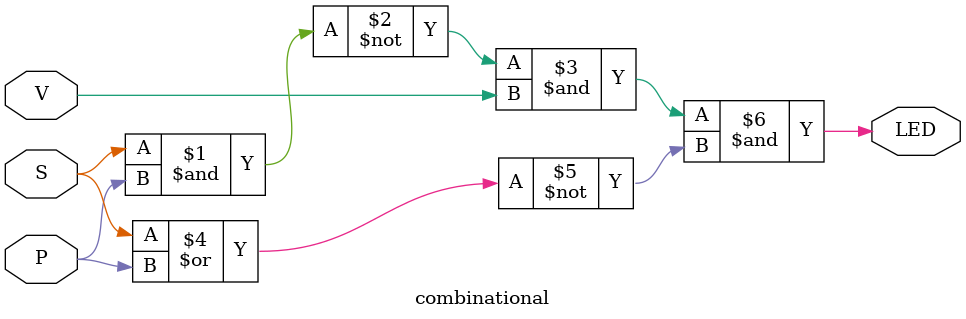
<source format=v>
module combinational(S,P,V,LED); 
    // combinational circuit ti implement, an led should turn on if sun is set and a person moves in front of it with a vehicle.

    input S,P,V;
    output LED;

    // assign LED = (~S) & P & V;
    assign LED = (~(S & P)) & V & (~(S | P));

endmodule
</source>
